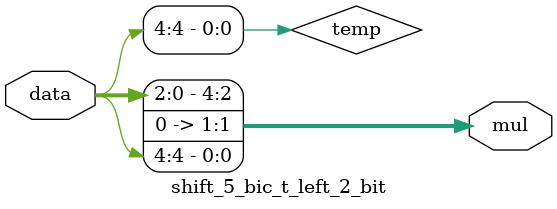
<source format=v>
module shift_5_bic_t_left_2_bit (data, mul);
input [4:0] data;
output [4:0] mul;
reg [4:0] mul;
reg temp;

always @ ( data ) begin
  temp = data[4];
  mul = data << 2;
  mul[0] = temp;

end

endmodule // shift_c_5_bit_left_2_bit

</source>
